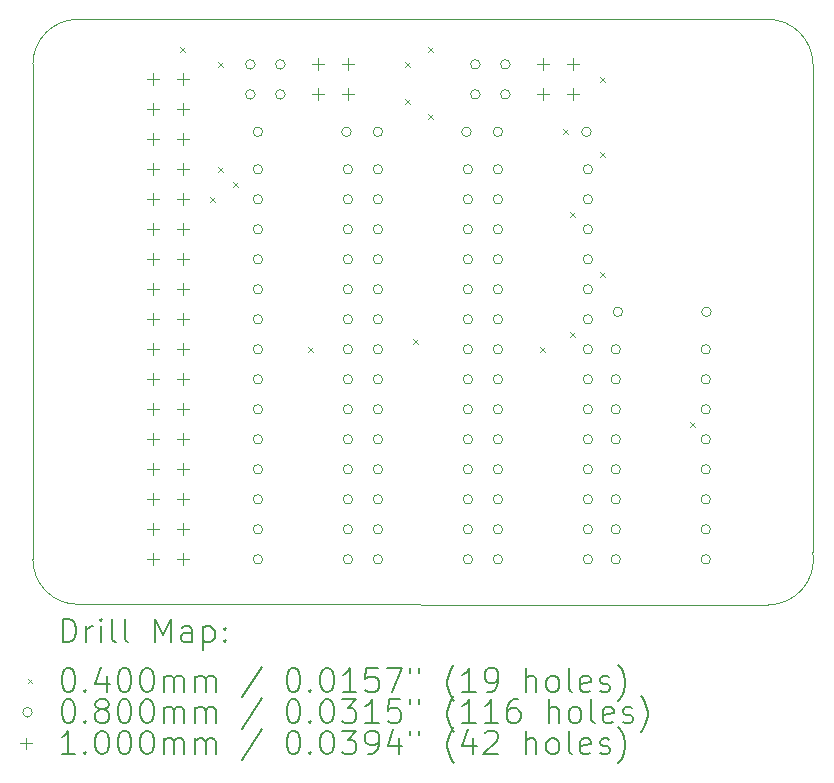
<source format=gbr>
%FSLAX45Y45*%
G04 Gerber Fmt 4.5, Leading zero omitted, Abs format (unit mm)*
G04 Created by KiCad (PCBNEW (6.0.0)) date 2022-11-09 00:35:21*
%MOMM*%
%LPD*%
G01*
G04 APERTURE LIST*
%TA.AperFunction,Profile*%
%ADD10C,0.100000*%
%TD*%
%ADD11C,0.200000*%
%ADD12C,0.040000*%
%ADD13C,0.080000*%
%ADD14C,0.100000*%
G04 APERTURE END LIST*
D10*
X10985500Y-5461000D02*
G75*
G03*
X10604500Y-5842000I0J-381000D01*
G01*
X17208500Y-5842000D02*
G75*
G03*
X16827500Y-5461000I-381000J0D01*
G01*
X16827500Y-10419255D02*
X10985500Y-10414000D01*
X16827500Y-5461000D02*
X10985500Y-5461000D01*
X10604500Y-5842000D02*
X10604500Y-10033000D01*
X17208500Y-9969500D02*
X17208500Y-5842000D01*
X16827500Y-10419255D02*
G75*
G03*
X17208500Y-9969500I0J386255D01*
G01*
X10604500Y-10033000D02*
G75*
G03*
X10985500Y-10414000I381000J0D01*
G01*
D11*
D12*
X11854500Y-5695000D02*
X11894500Y-5735000D01*
X11894500Y-5695000D02*
X11854500Y-5735000D01*
X12108500Y-6965000D02*
X12148500Y-7005000D01*
X12148500Y-6965000D02*
X12108500Y-7005000D01*
X12172000Y-5822000D02*
X12212000Y-5862000D01*
X12212000Y-5822000D02*
X12172000Y-5862000D01*
X12172000Y-6711000D02*
X12212000Y-6751000D01*
X12212000Y-6711000D02*
X12172000Y-6751000D01*
X12299000Y-6838000D02*
X12339000Y-6878000D01*
X12339000Y-6838000D02*
X12299000Y-6878000D01*
X12934000Y-8235000D02*
X12974000Y-8275000D01*
X12974000Y-8235000D02*
X12934000Y-8275000D01*
X13759500Y-5822000D02*
X13799500Y-5862000D01*
X13799500Y-5822000D02*
X13759500Y-5862000D01*
X13759500Y-6139500D02*
X13799500Y-6179500D01*
X13799500Y-6139500D02*
X13759500Y-6179500D01*
X13823000Y-8171500D02*
X13863000Y-8211500D01*
X13863000Y-8171500D02*
X13823000Y-8211500D01*
X13950000Y-5695000D02*
X13990000Y-5735000D01*
X13990000Y-5695000D02*
X13950000Y-5735000D01*
X13950000Y-6266500D02*
X13990000Y-6306500D01*
X13990000Y-6266500D02*
X13950000Y-6306500D01*
X14902500Y-8235000D02*
X14942500Y-8275000D01*
X14942500Y-8235000D02*
X14902500Y-8275000D01*
X15093000Y-6393500D02*
X15133000Y-6433500D01*
X15133000Y-6393500D02*
X15093000Y-6433500D01*
X15156500Y-7092000D02*
X15196500Y-7132000D01*
X15196500Y-7092000D02*
X15156500Y-7132000D01*
X15156500Y-8108000D02*
X15196500Y-8148000D01*
X15196500Y-8108000D02*
X15156500Y-8148000D01*
X15410500Y-5949000D02*
X15450500Y-5989000D01*
X15450500Y-5949000D02*
X15410500Y-5989000D01*
X15410500Y-6584000D02*
X15450500Y-6624000D01*
X15450500Y-6584000D02*
X15410500Y-6624000D01*
X15410500Y-7600000D02*
X15450500Y-7640000D01*
X15450500Y-7600000D02*
X15410500Y-7640000D01*
X16172500Y-8870000D02*
X16212500Y-8910000D01*
X16212500Y-8870000D02*
X16172500Y-8910000D01*
D13*
X12486000Y-5842500D02*
G75*
G03*
X12486000Y-5842500I-40000J0D01*
G01*
X12486000Y-6096500D02*
G75*
G03*
X12486000Y-6096500I-40000J0D01*
G01*
X12549500Y-6413500D02*
G75*
G03*
X12549500Y-6413500I-40000J0D01*
G01*
X12549500Y-6731000D02*
G75*
G03*
X12549500Y-6731000I-40000J0D01*
G01*
X12549500Y-6985000D02*
G75*
G03*
X12549500Y-6985000I-40000J0D01*
G01*
X12549500Y-7239000D02*
G75*
G03*
X12549500Y-7239000I-40000J0D01*
G01*
X12549500Y-7493000D02*
G75*
G03*
X12549500Y-7493000I-40000J0D01*
G01*
X12549500Y-7747000D02*
G75*
G03*
X12549500Y-7747000I-40000J0D01*
G01*
X12549500Y-8001000D02*
G75*
G03*
X12549500Y-8001000I-40000J0D01*
G01*
X12549500Y-8255000D02*
G75*
G03*
X12549500Y-8255000I-40000J0D01*
G01*
X12549500Y-8509000D02*
G75*
G03*
X12549500Y-8509000I-40000J0D01*
G01*
X12549500Y-8763000D02*
G75*
G03*
X12549500Y-8763000I-40000J0D01*
G01*
X12549500Y-9017000D02*
G75*
G03*
X12549500Y-9017000I-40000J0D01*
G01*
X12549500Y-9271000D02*
G75*
G03*
X12549500Y-9271000I-40000J0D01*
G01*
X12549500Y-9525000D02*
G75*
G03*
X12549500Y-9525000I-40000J0D01*
G01*
X12549500Y-9779000D02*
G75*
G03*
X12549500Y-9779000I-40000J0D01*
G01*
X12549500Y-10033000D02*
G75*
G03*
X12549500Y-10033000I-40000J0D01*
G01*
X12740000Y-5842500D02*
G75*
G03*
X12740000Y-5842500I-40000J0D01*
G01*
X12740000Y-6096500D02*
G75*
G03*
X12740000Y-6096500I-40000J0D01*
G01*
X13299500Y-6413500D02*
G75*
G03*
X13299500Y-6413500I-40000J0D01*
G01*
X13311500Y-6731000D02*
G75*
G03*
X13311500Y-6731000I-40000J0D01*
G01*
X13311500Y-6985000D02*
G75*
G03*
X13311500Y-6985000I-40000J0D01*
G01*
X13311500Y-7239000D02*
G75*
G03*
X13311500Y-7239000I-40000J0D01*
G01*
X13311500Y-7493000D02*
G75*
G03*
X13311500Y-7493000I-40000J0D01*
G01*
X13311500Y-7747000D02*
G75*
G03*
X13311500Y-7747000I-40000J0D01*
G01*
X13311500Y-8001000D02*
G75*
G03*
X13311500Y-8001000I-40000J0D01*
G01*
X13311500Y-8255000D02*
G75*
G03*
X13311500Y-8255000I-40000J0D01*
G01*
X13311500Y-8509000D02*
G75*
G03*
X13311500Y-8509000I-40000J0D01*
G01*
X13311500Y-8763000D02*
G75*
G03*
X13311500Y-8763000I-40000J0D01*
G01*
X13311500Y-9017000D02*
G75*
G03*
X13311500Y-9017000I-40000J0D01*
G01*
X13311500Y-9271000D02*
G75*
G03*
X13311500Y-9271000I-40000J0D01*
G01*
X13311500Y-9525000D02*
G75*
G03*
X13311500Y-9525000I-40000J0D01*
G01*
X13311500Y-9779000D02*
G75*
G03*
X13311500Y-9779000I-40000J0D01*
G01*
X13311500Y-10033000D02*
G75*
G03*
X13311500Y-10033000I-40000J0D01*
G01*
X13565500Y-6413500D02*
G75*
G03*
X13565500Y-6413500I-40000J0D01*
G01*
X13565500Y-6731000D02*
G75*
G03*
X13565500Y-6731000I-40000J0D01*
G01*
X13565500Y-6985000D02*
G75*
G03*
X13565500Y-6985000I-40000J0D01*
G01*
X13565500Y-7239000D02*
G75*
G03*
X13565500Y-7239000I-40000J0D01*
G01*
X13565500Y-7493000D02*
G75*
G03*
X13565500Y-7493000I-40000J0D01*
G01*
X13565500Y-7747000D02*
G75*
G03*
X13565500Y-7747000I-40000J0D01*
G01*
X13565500Y-8001000D02*
G75*
G03*
X13565500Y-8001000I-40000J0D01*
G01*
X13565500Y-8255000D02*
G75*
G03*
X13565500Y-8255000I-40000J0D01*
G01*
X13565500Y-8509000D02*
G75*
G03*
X13565500Y-8509000I-40000J0D01*
G01*
X13565500Y-8763000D02*
G75*
G03*
X13565500Y-8763000I-40000J0D01*
G01*
X13565500Y-9017000D02*
G75*
G03*
X13565500Y-9017000I-40000J0D01*
G01*
X13565500Y-9271000D02*
G75*
G03*
X13565500Y-9271000I-40000J0D01*
G01*
X13565500Y-9525000D02*
G75*
G03*
X13565500Y-9525000I-40000J0D01*
G01*
X13565500Y-9779000D02*
G75*
G03*
X13565500Y-9779000I-40000J0D01*
G01*
X13565500Y-10033000D02*
G75*
G03*
X13565500Y-10033000I-40000J0D01*
G01*
X14315500Y-6413500D02*
G75*
G03*
X14315500Y-6413500I-40000J0D01*
G01*
X14327500Y-6731000D02*
G75*
G03*
X14327500Y-6731000I-40000J0D01*
G01*
X14327500Y-6985000D02*
G75*
G03*
X14327500Y-6985000I-40000J0D01*
G01*
X14327500Y-7239000D02*
G75*
G03*
X14327500Y-7239000I-40000J0D01*
G01*
X14327500Y-7493000D02*
G75*
G03*
X14327500Y-7493000I-40000J0D01*
G01*
X14327500Y-7747000D02*
G75*
G03*
X14327500Y-7747000I-40000J0D01*
G01*
X14327500Y-8001000D02*
G75*
G03*
X14327500Y-8001000I-40000J0D01*
G01*
X14327500Y-8255000D02*
G75*
G03*
X14327500Y-8255000I-40000J0D01*
G01*
X14327500Y-8509000D02*
G75*
G03*
X14327500Y-8509000I-40000J0D01*
G01*
X14327500Y-8763000D02*
G75*
G03*
X14327500Y-8763000I-40000J0D01*
G01*
X14327500Y-9017000D02*
G75*
G03*
X14327500Y-9017000I-40000J0D01*
G01*
X14327500Y-9271000D02*
G75*
G03*
X14327500Y-9271000I-40000J0D01*
G01*
X14327500Y-9525000D02*
G75*
G03*
X14327500Y-9525000I-40000J0D01*
G01*
X14327500Y-9779000D02*
G75*
G03*
X14327500Y-9779000I-40000J0D01*
G01*
X14327500Y-10033000D02*
G75*
G03*
X14327500Y-10033000I-40000J0D01*
G01*
X14391000Y-5842000D02*
G75*
G03*
X14391000Y-5842000I-40000J0D01*
G01*
X14391000Y-6096000D02*
G75*
G03*
X14391000Y-6096000I-40000J0D01*
G01*
X14581500Y-6413500D02*
G75*
G03*
X14581500Y-6413500I-40000J0D01*
G01*
X14581500Y-6731000D02*
G75*
G03*
X14581500Y-6731000I-40000J0D01*
G01*
X14581500Y-6985000D02*
G75*
G03*
X14581500Y-6985000I-40000J0D01*
G01*
X14581500Y-7239000D02*
G75*
G03*
X14581500Y-7239000I-40000J0D01*
G01*
X14581500Y-7493000D02*
G75*
G03*
X14581500Y-7493000I-40000J0D01*
G01*
X14581500Y-7747000D02*
G75*
G03*
X14581500Y-7747000I-40000J0D01*
G01*
X14581500Y-8001000D02*
G75*
G03*
X14581500Y-8001000I-40000J0D01*
G01*
X14581500Y-8255000D02*
G75*
G03*
X14581500Y-8255000I-40000J0D01*
G01*
X14581500Y-8509000D02*
G75*
G03*
X14581500Y-8509000I-40000J0D01*
G01*
X14581500Y-8763000D02*
G75*
G03*
X14581500Y-8763000I-40000J0D01*
G01*
X14581500Y-9017000D02*
G75*
G03*
X14581500Y-9017000I-40000J0D01*
G01*
X14581500Y-9271000D02*
G75*
G03*
X14581500Y-9271000I-40000J0D01*
G01*
X14581500Y-9525000D02*
G75*
G03*
X14581500Y-9525000I-40000J0D01*
G01*
X14581500Y-9779000D02*
G75*
G03*
X14581500Y-9779000I-40000J0D01*
G01*
X14581500Y-10033000D02*
G75*
G03*
X14581500Y-10033000I-40000J0D01*
G01*
X14645000Y-5842000D02*
G75*
G03*
X14645000Y-5842000I-40000J0D01*
G01*
X14645000Y-6096000D02*
G75*
G03*
X14645000Y-6096000I-40000J0D01*
G01*
X15331500Y-6413500D02*
G75*
G03*
X15331500Y-6413500I-40000J0D01*
G01*
X15343500Y-6731000D02*
G75*
G03*
X15343500Y-6731000I-40000J0D01*
G01*
X15343500Y-6985000D02*
G75*
G03*
X15343500Y-6985000I-40000J0D01*
G01*
X15343500Y-7239000D02*
G75*
G03*
X15343500Y-7239000I-40000J0D01*
G01*
X15343500Y-7493000D02*
G75*
G03*
X15343500Y-7493000I-40000J0D01*
G01*
X15343500Y-7747000D02*
G75*
G03*
X15343500Y-7747000I-40000J0D01*
G01*
X15343500Y-8001000D02*
G75*
G03*
X15343500Y-8001000I-40000J0D01*
G01*
X15343500Y-8255000D02*
G75*
G03*
X15343500Y-8255000I-40000J0D01*
G01*
X15343500Y-8509000D02*
G75*
G03*
X15343500Y-8509000I-40000J0D01*
G01*
X15343500Y-8763000D02*
G75*
G03*
X15343500Y-8763000I-40000J0D01*
G01*
X15343500Y-9017000D02*
G75*
G03*
X15343500Y-9017000I-40000J0D01*
G01*
X15343500Y-9271000D02*
G75*
G03*
X15343500Y-9271000I-40000J0D01*
G01*
X15343500Y-9525000D02*
G75*
G03*
X15343500Y-9525000I-40000J0D01*
G01*
X15343500Y-9779000D02*
G75*
G03*
X15343500Y-9779000I-40000J0D01*
G01*
X15343500Y-10033000D02*
G75*
G03*
X15343500Y-10033000I-40000J0D01*
G01*
X15579500Y-8255000D02*
G75*
G03*
X15579500Y-8255000I-40000J0D01*
G01*
X15579500Y-8509000D02*
G75*
G03*
X15579500Y-8509000I-40000J0D01*
G01*
X15579500Y-8763000D02*
G75*
G03*
X15579500Y-8763000I-40000J0D01*
G01*
X15579500Y-9017000D02*
G75*
G03*
X15579500Y-9017000I-40000J0D01*
G01*
X15579500Y-9271000D02*
G75*
G03*
X15579500Y-9271000I-40000J0D01*
G01*
X15579500Y-9525000D02*
G75*
G03*
X15579500Y-9525000I-40000J0D01*
G01*
X15579500Y-9779000D02*
G75*
G03*
X15579500Y-9779000I-40000J0D01*
G01*
X15579500Y-10033000D02*
G75*
G03*
X15579500Y-10033000I-40000J0D01*
G01*
X15597500Y-7937500D02*
G75*
G03*
X15597500Y-7937500I-40000J0D01*
G01*
X16341500Y-8255000D02*
G75*
G03*
X16341500Y-8255000I-40000J0D01*
G01*
X16341500Y-8509000D02*
G75*
G03*
X16341500Y-8509000I-40000J0D01*
G01*
X16341500Y-8763000D02*
G75*
G03*
X16341500Y-8763000I-40000J0D01*
G01*
X16341500Y-9017000D02*
G75*
G03*
X16341500Y-9017000I-40000J0D01*
G01*
X16341500Y-9271000D02*
G75*
G03*
X16341500Y-9271000I-40000J0D01*
G01*
X16341500Y-9525000D02*
G75*
G03*
X16341500Y-9525000I-40000J0D01*
G01*
X16341500Y-9779000D02*
G75*
G03*
X16341500Y-9779000I-40000J0D01*
G01*
X16341500Y-10033000D02*
G75*
G03*
X16341500Y-10033000I-40000J0D01*
G01*
X16347500Y-7937500D02*
G75*
G03*
X16347500Y-7937500I-40000J0D01*
G01*
D14*
X11620500Y-5919000D02*
X11620500Y-6019000D01*
X11570500Y-5969000D02*
X11670500Y-5969000D01*
X11620500Y-6173000D02*
X11620500Y-6273000D01*
X11570500Y-6223000D02*
X11670500Y-6223000D01*
X11620500Y-6427000D02*
X11620500Y-6527000D01*
X11570500Y-6477000D02*
X11670500Y-6477000D01*
X11620500Y-6681000D02*
X11620500Y-6781000D01*
X11570500Y-6731000D02*
X11670500Y-6731000D01*
X11620500Y-6935000D02*
X11620500Y-7035000D01*
X11570500Y-6985000D02*
X11670500Y-6985000D01*
X11620500Y-7189000D02*
X11620500Y-7289000D01*
X11570500Y-7239000D02*
X11670500Y-7239000D01*
X11620500Y-7443000D02*
X11620500Y-7543000D01*
X11570500Y-7493000D02*
X11670500Y-7493000D01*
X11620500Y-7697000D02*
X11620500Y-7797000D01*
X11570500Y-7747000D02*
X11670500Y-7747000D01*
X11620500Y-7951000D02*
X11620500Y-8051000D01*
X11570500Y-8001000D02*
X11670500Y-8001000D01*
X11620500Y-8205000D02*
X11620500Y-8305000D01*
X11570500Y-8255000D02*
X11670500Y-8255000D01*
X11620500Y-8459000D02*
X11620500Y-8559000D01*
X11570500Y-8509000D02*
X11670500Y-8509000D01*
X11620500Y-8713000D02*
X11620500Y-8813000D01*
X11570500Y-8763000D02*
X11670500Y-8763000D01*
X11620500Y-8967000D02*
X11620500Y-9067000D01*
X11570500Y-9017000D02*
X11670500Y-9017000D01*
X11620500Y-9221000D02*
X11620500Y-9321000D01*
X11570500Y-9271000D02*
X11670500Y-9271000D01*
X11620500Y-9475000D02*
X11620500Y-9575000D01*
X11570500Y-9525000D02*
X11670500Y-9525000D01*
X11620500Y-9729000D02*
X11620500Y-9829000D01*
X11570500Y-9779000D02*
X11670500Y-9779000D01*
X11620500Y-9983000D02*
X11620500Y-10083000D01*
X11570500Y-10033000D02*
X11670500Y-10033000D01*
X11874500Y-5919000D02*
X11874500Y-6019000D01*
X11824500Y-5969000D02*
X11924500Y-5969000D01*
X11874500Y-6173000D02*
X11874500Y-6273000D01*
X11824500Y-6223000D02*
X11924500Y-6223000D01*
X11874500Y-6427000D02*
X11874500Y-6527000D01*
X11824500Y-6477000D02*
X11924500Y-6477000D01*
X11874500Y-6681000D02*
X11874500Y-6781000D01*
X11824500Y-6731000D02*
X11924500Y-6731000D01*
X11874500Y-6935000D02*
X11874500Y-7035000D01*
X11824500Y-6985000D02*
X11924500Y-6985000D01*
X11874500Y-7189000D02*
X11874500Y-7289000D01*
X11824500Y-7239000D02*
X11924500Y-7239000D01*
X11874500Y-7443000D02*
X11874500Y-7543000D01*
X11824500Y-7493000D02*
X11924500Y-7493000D01*
X11874500Y-7697000D02*
X11874500Y-7797000D01*
X11824500Y-7747000D02*
X11924500Y-7747000D01*
X11874500Y-7951000D02*
X11874500Y-8051000D01*
X11824500Y-8001000D02*
X11924500Y-8001000D01*
X11874500Y-8205000D02*
X11874500Y-8305000D01*
X11824500Y-8255000D02*
X11924500Y-8255000D01*
X11874500Y-8459000D02*
X11874500Y-8559000D01*
X11824500Y-8509000D02*
X11924500Y-8509000D01*
X11874500Y-8713000D02*
X11874500Y-8813000D01*
X11824500Y-8763000D02*
X11924500Y-8763000D01*
X11874500Y-8967000D02*
X11874500Y-9067000D01*
X11824500Y-9017000D02*
X11924500Y-9017000D01*
X11874500Y-9221000D02*
X11874500Y-9321000D01*
X11824500Y-9271000D02*
X11924500Y-9271000D01*
X11874500Y-9475000D02*
X11874500Y-9575000D01*
X11824500Y-9525000D02*
X11924500Y-9525000D01*
X11874500Y-9729000D02*
X11874500Y-9829000D01*
X11824500Y-9779000D02*
X11924500Y-9779000D01*
X11874500Y-9983000D02*
X11874500Y-10083000D01*
X11824500Y-10033000D02*
X11924500Y-10033000D01*
X13017500Y-5792000D02*
X13017500Y-5892000D01*
X12967500Y-5842000D02*
X13067500Y-5842000D01*
X13017500Y-6046000D02*
X13017500Y-6146000D01*
X12967500Y-6096000D02*
X13067500Y-6096000D01*
X13271500Y-5792000D02*
X13271500Y-5892000D01*
X13221500Y-5842000D02*
X13321500Y-5842000D01*
X13271500Y-6046000D02*
X13271500Y-6146000D01*
X13221500Y-6096000D02*
X13321500Y-6096000D01*
X14922500Y-5792000D02*
X14922500Y-5892000D01*
X14872500Y-5842000D02*
X14972500Y-5842000D01*
X14922500Y-6046000D02*
X14922500Y-6146000D01*
X14872500Y-6096000D02*
X14972500Y-6096000D01*
X15176500Y-5792000D02*
X15176500Y-5892000D01*
X15126500Y-5842000D02*
X15226500Y-5842000D01*
X15176500Y-6046000D02*
X15176500Y-6146000D01*
X15126500Y-6096000D02*
X15226500Y-6096000D01*
D11*
X10857119Y-10734732D02*
X10857119Y-10534732D01*
X10904738Y-10534732D01*
X10933310Y-10544255D01*
X10952357Y-10563303D01*
X10961881Y-10582351D01*
X10971405Y-10620446D01*
X10971405Y-10649017D01*
X10961881Y-10687113D01*
X10952357Y-10706160D01*
X10933310Y-10725208D01*
X10904738Y-10734732D01*
X10857119Y-10734732D01*
X11057119Y-10734732D02*
X11057119Y-10601398D01*
X11057119Y-10639493D02*
X11066643Y-10620446D01*
X11076167Y-10610922D01*
X11095214Y-10601398D01*
X11114262Y-10601398D01*
X11180929Y-10734732D02*
X11180929Y-10601398D01*
X11180929Y-10534732D02*
X11171405Y-10544255D01*
X11180929Y-10553779D01*
X11190452Y-10544255D01*
X11180929Y-10534732D01*
X11180929Y-10553779D01*
X11304738Y-10734732D02*
X11285690Y-10725208D01*
X11276167Y-10706160D01*
X11276167Y-10534732D01*
X11409500Y-10734732D02*
X11390452Y-10725208D01*
X11380928Y-10706160D01*
X11380928Y-10534732D01*
X11638071Y-10734732D02*
X11638071Y-10534732D01*
X11704738Y-10677589D01*
X11771405Y-10534732D01*
X11771405Y-10734732D01*
X11952357Y-10734732D02*
X11952357Y-10629970D01*
X11942833Y-10610922D01*
X11923786Y-10601398D01*
X11885690Y-10601398D01*
X11866643Y-10610922D01*
X11952357Y-10725208D02*
X11933309Y-10734732D01*
X11885690Y-10734732D01*
X11866643Y-10725208D01*
X11857119Y-10706160D01*
X11857119Y-10687113D01*
X11866643Y-10668065D01*
X11885690Y-10658541D01*
X11933309Y-10658541D01*
X11952357Y-10649017D01*
X12047595Y-10601398D02*
X12047595Y-10801398D01*
X12047595Y-10610922D02*
X12066643Y-10601398D01*
X12104738Y-10601398D01*
X12123786Y-10610922D01*
X12133309Y-10620446D01*
X12142833Y-10639493D01*
X12142833Y-10696636D01*
X12133309Y-10715684D01*
X12123786Y-10725208D01*
X12104738Y-10734732D01*
X12066643Y-10734732D01*
X12047595Y-10725208D01*
X12228548Y-10715684D02*
X12238071Y-10725208D01*
X12228548Y-10734732D01*
X12219024Y-10725208D01*
X12228548Y-10715684D01*
X12228548Y-10734732D01*
X12228548Y-10610922D02*
X12238071Y-10620446D01*
X12228548Y-10629970D01*
X12219024Y-10620446D01*
X12228548Y-10610922D01*
X12228548Y-10629970D01*
D12*
X10559500Y-11044255D02*
X10599500Y-11084255D01*
X10599500Y-11044255D02*
X10559500Y-11084255D01*
D11*
X10895214Y-10954732D02*
X10914262Y-10954732D01*
X10933310Y-10964255D01*
X10942833Y-10973779D01*
X10952357Y-10992827D01*
X10961881Y-11030922D01*
X10961881Y-11078541D01*
X10952357Y-11116636D01*
X10942833Y-11135684D01*
X10933310Y-11145208D01*
X10914262Y-11154732D01*
X10895214Y-11154732D01*
X10876167Y-11145208D01*
X10866643Y-11135684D01*
X10857119Y-11116636D01*
X10847595Y-11078541D01*
X10847595Y-11030922D01*
X10857119Y-10992827D01*
X10866643Y-10973779D01*
X10876167Y-10964255D01*
X10895214Y-10954732D01*
X11047595Y-11135684D02*
X11057119Y-11145208D01*
X11047595Y-11154732D01*
X11038071Y-11145208D01*
X11047595Y-11135684D01*
X11047595Y-11154732D01*
X11228548Y-11021398D02*
X11228548Y-11154732D01*
X11180929Y-10945208D02*
X11133310Y-11088065D01*
X11257119Y-11088065D01*
X11371405Y-10954732D02*
X11390452Y-10954732D01*
X11409500Y-10964255D01*
X11419024Y-10973779D01*
X11428548Y-10992827D01*
X11438071Y-11030922D01*
X11438071Y-11078541D01*
X11428548Y-11116636D01*
X11419024Y-11135684D01*
X11409500Y-11145208D01*
X11390452Y-11154732D01*
X11371405Y-11154732D01*
X11352357Y-11145208D01*
X11342833Y-11135684D01*
X11333309Y-11116636D01*
X11323786Y-11078541D01*
X11323786Y-11030922D01*
X11333309Y-10992827D01*
X11342833Y-10973779D01*
X11352357Y-10964255D01*
X11371405Y-10954732D01*
X11561881Y-10954732D02*
X11580928Y-10954732D01*
X11599976Y-10964255D01*
X11609500Y-10973779D01*
X11619024Y-10992827D01*
X11628548Y-11030922D01*
X11628548Y-11078541D01*
X11619024Y-11116636D01*
X11609500Y-11135684D01*
X11599976Y-11145208D01*
X11580928Y-11154732D01*
X11561881Y-11154732D01*
X11542833Y-11145208D01*
X11533309Y-11135684D01*
X11523786Y-11116636D01*
X11514262Y-11078541D01*
X11514262Y-11030922D01*
X11523786Y-10992827D01*
X11533309Y-10973779D01*
X11542833Y-10964255D01*
X11561881Y-10954732D01*
X11714262Y-11154732D02*
X11714262Y-11021398D01*
X11714262Y-11040446D02*
X11723786Y-11030922D01*
X11742833Y-11021398D01*
X11771405Y-11021398D01*
X11790452Y-11030922D01*
X11799976Y-11049970D01*
X11799976Y-11154732D01*
X11799976Y-11049970D02*
X11809500Y-11030922D01*
X11828548Y-11021398D01*
X11857119Y-11021398D01*
X11876167Y-11030922D01*
X11885690Y-11049970D01*
X11885690Y-11154732D01*
X11980928Y-11154732D02*
X11980928Y-11021398D01*
X11980928Y-11040446D02*
X11990452Y-11030922D01*
X12009500Y-11021398D01*
X12038071Y-11021398D01*
X12057119Y-11030922D01*
X12066643Y-11049970D01*
X12066643Y-11154732D01*
X12066643Y-11049970D02*
X12076167Y-11030922D01*
X12095214Y-11021398D01*
X12123786Y-11021398D01*
X12142833Y-11030922D01*
X12152357Y-11049970D01*
X12152357Y-11154732D01*
X12542833Y-10945208D02*
X12371405Y-11202351D01*
X12799976Y-10954732D02*
X12819024Y-10954732D01*
X12838071Y-10964255D01*
X12847595Y-10973779D01*
X12857119Y-10992827D01*
X12866643Y-11030922D01*
X12866643Y-11078541D01*
X12857119Y-11116636D01*
X12847595Y-11135684D01*
X12838071Y-11145208D01*
X12819024Y-11154732D01*
X12799976Y-11154732D01*
X12780928Y-11145208D01*
X12771405Y-11135684D01*
X12761881Y-11116636D01*
X12752357Y-11078541D01*
X12752357Y-11030922D01*
X12761881Y-10992827D01*
X12771405Y-10973779D01*
X12780928Y-10964255D01*
X12799976Y-10954732D01*
X12952357Y-11135684D02*
X12961881Y-11145208D01*
X12952357Y-11154732D01*
X12942833Y-11145208D01*
X12952357Y-11135684D01*
X12952357Y-11154732D01*
X13085690Y-10954732D02*
X13104738Y-10954732D01*
X13123786Y-10964255D01*
X13133309Y-10973779D01*
X13142833Y-10992827D01*
X13152357Y-11030922D01*
X13152357Y-11078541D01*
X13142833Y-11116636D01*
X13133309Y-11135684D01*
X13123786Y-11145208D01*
X13104738Y-11154732D01*
X13085690Y-11154732D01*
X13066643Y-11145208D01*
X13057119Y-11135684D01*
X13047595Y-11116636D01*
X13038071Y-11078541D01*
X13038071Y-11030922D01*
X13047595Y-10992827D01*
X13057119Y-10973779D01*
X13066643Y-10964255D01*
X13085690Y-10954732D01*
X13342833Y-11154732D02*
X13228548Y-11154732D01*
X13285690Y-11154732D02*
X13285690Y-10954732D01*
X13266643Y-10983303D01*
X13247595Y-11002351D01*
X13228548Y-11011874D01*
X13523786Y-10954732D02*
X13428548Y-10954732D01*
X13419024Y-11049970D01*
X13428548Y-11040446D01*
X13447595Y-11030922D01*
X13495214Y-11030922D01*
X13514262Y-11040446D01*
X13523786Y-11049970D01*
X13533309Y-11069017D01*
X13533309Y-11116636D01*
X13523786Y-11135684D01*
X13514262Y-11145208D01*
X13495214Y-11154732D01*
X13447595Y-11154732D01*
X13428548Y-11145208D01*
X13419024Y-11135684D01*
X13599976Y-10954732D02*
X13733309Y-10954732D01*
X13647595Y-11154732D01*
X13799976Y-10954732D02*
X13799976Y-10992827D01*
X13876167Y-10954732D02*
X13876167Y-10992827D01*
X14171405Y-11230922D02*
X14161881Y-11221398D01*
X14142833Y-11192827D01*
X14133309Y-11173779D01*
X14123786Y-11145208D01*
X14114262Y-11097589D01*
X14114262Y-11059493D01*
X14123786Y-11011874D01*
X14133309Y-10983303D01*
X14142833Y-10964255D01*
X14161881Y-10935684D01*
X14171405Y-10926160D01*
X14352357Y-11154732D02*
X14238071Y-11154732D01*
X14295214Y-11154732D02*
X14295214Y-10954732D01*
X14276167Y-10983303D01*
X14257119Y-11002351D01*
X14238071Y-11011874D01*
X14447595Y-11154732D02*
X14485690Y-11154732D01*
X14504738Y-11145208D01*
X14514262Y-11135684D01*
X14533309Y-11107113D01*
X14542833Y-11069017D01*
X14542833Y-10992827D01*
X14533309Y-10973779D01*
X14523786Y-10964255D01*
X14504738Y-10954732D01*
X14466643Y-10954732D01*
X14447595Y-10964255D01*
X14438071Y-10973779D01*
X14428548Y-10992827D01*
X14428548Y-11040446D01*
X14438071Y-11059493D01*
X14447595Y-11069017D01*
X14466643Y-11078541D01*
X14504738Y-11078541D01*
X14523786Y-11069017D01*
X14533309Y-11059493D01*
X14542833Y-11040446D01*
X14780928Y-11154732D02*
X14780928Y-10954732D01*
X14866643Y-11154732D02*
X14866643Y-11049970D01*
X14857119Y-11030922D01*
X14838071Y-11021398D01*
X14809500Y-11021398D01*
X14790452Y-11030922D01*
X14780928Y-11040446D01*
X14990452Y-11154732D02*
X14971405Y-11145208D01*
X14961881Y-11135684D01*
X14952357Y-11116636D01*
X14952357Y-11059493D01*
X14961881Y-11040446D01*
X14971405Y-11030922D01*
X14990452Y-11021398D01*
X15019024Y-11021398D01*
X15038071Y-11030922D01*
X15047595Y-11040446D01*
X15057119Y-11059493D01*
X15057119Y-11116636D01*
X15047595Y-11135684D01*
X15038071Y-11145208D01*
X15019024Y-11154732D01*
X14990452Y-11154732D01*
X15171405Y-11154732D02*
X15152357Y-11145208D01*
X15142833Y-11126160D01*
X15142833Y-10954732D01*
X15323786Y-11145208D02*
X15304738Y-11154732D01*
X15266643Y-11154732D01*
X15247595Y-11145208D01*
X15238071Y-11126160D01*
X15238071Y-11049970D01*
X15247595Y-11030922D01*
X15266643Y-11021398D01*
X15304738Y-11021398D01*
X15323786Y-11030922D01*
X15333309Y-11049970D01*
X15333309Y-11069017D01*
X15238071Y-11088065D01*
X15409500Y-11145208D02*
X15428548Y-11154732D01*
X15466643Y-11154732D01*
X15485690Y-11145208D01*
X15495214Y-11126160D01*
X15495214Y-11116636D01*
X15485690Y-11097589D01*
X15466643Y-11088065D01*
X15438071Y-11088065D01*
X15419024Y-11078541D01*
X15409500Y-11059493D01*
X15409500Y-11049970D01*
X15419024Y-11030922D01*
X15438071Y-11021398D01*
X15466643Y-11021398D01*
X15485690Y-11030922D01*
X15561881Y-11230922D02*
X15571405Y-11221398D01*
X15590452Y-11192827D01*
X15599976Y-11173779D01*
X15609500Y-11145208D01*
X15619024Y-11097589D01*
X15619024Y-11059493D01*
X15609500Y-11011874D01*
X15599976Y-10983303D01*
X15590452Y-10964255D01*
X15571405Y-10935684D01*
X15561881Y-10926160D01*
D13*
X10599500Y-11328255D02*
G75*
G03*
X10599500Y-11328255I-40000J0D01*
G01*
D11*
X10895214Y-11218731D02*
X10914262Y-11218731D01*
X10933310Y-11228255D01*
X10942833Y-11237779D01*
X10952357Y-11256827D01*
X10961881Y-11294922D01*
X10961881Y-11342541D01*
X10952357Y-11380636D01*
X10942833Y-11399684D01*
X10933310Y-11409208D01*
X10914262Y-11418731D01*
X10895214Y-11418731D01*
X10876167Y-11409208D01*
X10866643Y-11399684D01*
X10857119Y-11380636D01*
X10847595Y-11342541D01*
X10847595Y-11294922D01*
X10857119Y-11256827D01*
X10866643Y-11237779D01*
X10876167Y-11228255D01*
X10895214Y-11218731D01*
X11047595Y-11399684D02*
X11057119Y-11409208D01*
X11047595Y-11418731D01*
X11038071Y-11409208D01*
X11047595Y-11399684D01*
X11047595Y-11418731D01*
X11171405Y-11304446D02*
X11152357Y-11294922D01*
X11142833Y-11285398D01*
X11133310Y-11266351D01*
X11133310Y-11256827D01*
X11142833Y-11237779D01*
X11152357Y-11228255D01*
X11171405Y-11218731D01*
X11209500Y-11218731D01*
X11228548Y-11228255D01*
X11238071Y-11237779D01*
X11247595Y-11256827D01*
X11247595Y-11266351D01*
X11238071Y-11285398D01*
X11228548Y-11294922D01*
X11209500Y-11304446D01*
X11171405Y-11304446D01*
X11152357Y-11313970D01*
X11142833Y-11323493D01*
X11133310Y-11342541D01*
X11133310Y-11380636D01*
X11142833Y-11399684D01*
X11152357Y-11409208D01*
X11171405Y-11418731D01*
X11209500Y-11418731D01*
X11228548Y-11409208D01*
X11238071Y-11399684D01*
X11247595Y-11380636D01*
X11247595Y-11342541D01*
X11238071Y-11323493D01*
X11228548Y-11313970D01*
X11209500Y-11304446D01*
X11371405Y-11218731D02*
X11390452Y-11218731D01*
X11409500Y-11228255D01*
X11419024Y-11237779D01*
X11428548Y-11256827D01*
X11438071Y-11294922D01*
X11438071Y-11342541D01*
X11428548Y-11380636D01*
X11419024Y-11399684D01*
X11409500Y-11409208D01*
X11390452Y-11418731D01*
X11371405Y-11418731D01*
X11352357Y-11409208D01*
X11342833Y-11399684D01*
X11333309Y-11380636D01*
X11323786Y-11342541D01*
X11323786Y-11294922D01*
X11333309Y-11256827D01*
X11342833Y-11237779D01*
X11352357Y-11228255D01*
X11371405Y-11218731D01*
X11561881Y-11218731D02*
X11580928Y-11218731D01*
X11599976Y-11228255D01*
X11609500Y-11237779D01*
X11619024Y-11256827D01*
X11628548Y-11294922D01*
X11628548Y-11342541D01*
X11619024Y-11380636D01*
X11609500Y-11399684D01*
X11599976Y-11409208D01*
X11580928Y-11418731D01*
X11561881Y-11418731D01*
X11542833Y-11409208D01*
X11533309Y-11399684D01*
X11523786Y-11380636D01*
X11514262Y-11342541D01*
X11514262Y-11294922D01*
X11523786Y-11256827D01*
X11533309Y-11237779D01*
X11542833Y-11228255D01*
X11561881Y-11218731D01*
X11714262Y-11418731D02*
X11714262Y-11285398D01*
X11714262Y-11304446D02*
X11723786Y-11294922D01*
X11742833Y-11285398D01*
X11771405Y-11285398D01*
X11790452Y-11294922D01*
X11799976Y-11313970D01*
X11799976Y-11418731D01*
X11799976Y-11313970D02*
X11809500Y-11294922D01*
X11828548Y-11285398D01*
X11857119Y-11285398D01*
X11876167Y-11294922D01*
X11885690Y-11313970D01*
X11885690Y-11418731D01*
X11980928Y-11418731D02*
X11980928Y-11285398D01*
X11980928Y-11304446D02*
X11990452Y-11294922D01*
X12009500Y-11285398D01*
X12038071Y-11285398D01*
X12057119Y-11294922D01*
X12066643Y-11313970D01*
X12066643Y-11418731D01*
X12066643Y-11313970D02*
X12076167Y-11294922D01*
X12095214Y-11285398D01*
X12123786Y-11285398D01*
X12142833Y-11294922D01*
X12152357Y-11313970D01*
X12152357Y-11418731D01*
X12542833Y-11209208D02*
X12371405Y-11466351D01*
X12799976Y-11218731D02*
X12819024Y-11218731D01*
X12838071Y-11228255D01*
X12847595Y-11237779D01*
X12857119Y-11256827D01*
X12866643Y-11294922D01*
X12866643Y-11342541D01*
X12857119Y-11380636D01*
X12847595Y-11399684D01*
X12838071Y-11409208D01*
X12819024Y-11418731D01*
X12799976Y-11418731D01*
X12780928Y-11409208D01*
X12771405Y-11399684D01*
X12761881Y-11380636D01*
X12752357Y-11342541D01*
X12752357Y-11294922D01*
X12761881Y-11256827D01*
X12771405Y-11237779D01*
X12780928Y-11228255D01*
X12799976Y-11218731D01*
X12952357Y-11399684D02*
X12961881Y-11409208D01*
X12952357Y-11418731D01*
X12942833Y-11409208D01*
X12952357Y-11399684D01*
X12952357Y-11418731D01*
X13085690Y-11218731D02*
X13104738Y-11218731D01*
X13123786Y-11228255D01*
X13133309Y-11237779D01*
X13142833Y-11256827D01*
X13152357Y-11294922D01*
X13152357Y-11342541D01*
X13142833Y-11380636D01*
X13133309Y-11399684D01*
X13123786Y-11409208D01*
X13104738Y-11418731D01*
X13085690Y-11418731D01*
X13066643Y-11409208D01*
X13057119Y-11399684D01*
X13047595Y-11380636D01*
X13038071Y-11342541D01*
X13038071Y-11294922D01*
X13047595Y-11256827D01*
X13057119Y-11237779D01*
X13066643Y-11228255D01*
X13085690Y-11218731D01*
X13219024Y-11218731D02*
X13342833Y-11218731D01*
X13276167Y-11294922D01*
X13304738Y-11294922D01*
X13323786Y-11304446D01*
X13333309Y-11313970D01*
X13342833Y-11333017D01*
X13342833Y-11380636D01*
X13333309Y-11399684D01*
X13323786Y-11409208D01*
X13304738Y-11418731D01*
X13247595Y-11418731D01*
X13228548Y-11409208D01*
X13219024Y-11399684D01*
X13533309Y-11418731D02*
X13419024Y-11418731D01*
X13476167Y-11418731D02*
X13476167Y-11218731D01*
X13457119Y-11247303D01*
X13438071Y-11266351D01*
X13419024Y-11275874D01*
X13714262Y-11218731D02*
X13619024Y-11218731D01*
X13609500Y-11313970D01*
X13619024Y-11304446D01*
X13638071Y-11294922D01*
X13685690Y-11294922D01*
X13704738Y-11304446D01*
X13714262Y-11313970D01*
X13723786Y-11333017D01*
X13723786Y-11380636D01*
X13714262Y-11399684D01*
X13704738Y-11409208D01*
X13685690Y-11418731D01*
X13638071Y-11418731D01*
X13619024Y-11409208D01*
X13609500Y-11399684D01*
X13799976Y-11218731D02*
X13799976Y-11256827D01*
X13876167Y-11218731D02*
X13876167Y-11256827D01*
X14171405Y-11494922D02*
X14161881Y-11485398D01*
X14142833Y-11456827D01*
X14133309Y-11437779D01*
X14123786Y-11409208D01*
X14114262Y-11361589D01*
X14114262Y-11323493D01*
X14123786Y-11275874D01*
X14133309Y-11247303D01*
X14142833Y-11228255D01*
X14161881Y-11199684D01*
X14171405Y-11190160D01*
X14352357Y-11418731D02*
X14238071Y-11418731D01*
X14295214Y-11418731D02*
X14295214Y-11218731D01*
X14276167Y-11247303D01*
X14257119Y-11266351D01*
X14238071Y-11275874D01*
X14542833Y-11418731D02*
X14428548Y-11418731D01*
X14485690Y-11418731D02*
X14485690Y-11218731D01*
X14466643Y-11247303D01*
X14447595Y-11266351D01*
X14428548Y-11275874D01*
X14714262Y-11218731D02*
X14676167Y-11218731D01*
X14657119Y-11228255D01*
X14647595Y-11237779D01*
X14628548Y-11266351D01*
X14619024Y-11304446D01*
X14619024Y-11380636D01*
X14628548Y-11399684D01*
X14638071Y-11409208D01*
X14657119Y-11418731D01*
X14695214Y-11418731D01*
X14714262Y-11409208D01*
X14723786Y-11399684D01*
X14733309Y-11380636D01*
X14733309Y-11333017D01*
X14723786Y-11313970D01*
X14714262Y-11304446D01*
X14695214Y-11294922D01*
X14657119Y-11294922D01*
X14638071Y-11304446D01*
X14628548Y-11313970D01*
X14619024Y-11333017D01*
X14971405Y-11418731D02*
X14971405Y-11218731D01*
X15057119Y-11418731D02*
X15057119Y-11313970D01*
X15047595Y-11294922D01*
X15028548Y-11285398D01*
X14999976Y-11285398D01*
X14980928Y-11294922D01*
X14971405Y-11304446D01*
X15180928Y-11418731D02*
X15161881Y-11409208D01*
X15152357Y-11399684D01*
X15142833Y-11380636D01*
X15142833Y-11323493D01*
X15152357Y-11304446D01*
X15161881Y-11294922D01*
X15180928Y-11285398D01*
X15209500Y-11285398D01*
X15228548Y-11294922D01*
X15238071Y-11304446D01*
X15247595Y-11323493D01*
X15247595Y-11380636D01*
X15238071Y-11399684D01*
X15228548Y-11409208D01*
X15209500Y-11418731D01*
X15180928Y-11418731D01*
X15361881Y-11418731D02*
X15342833Y-11409208D01*
X15333309Y-11390160D01*
X15333309Y-11218731D01*
X15514262Y-11409208D02*
X15495214Y-11418731D01*
X15457119Y-11418731D01*
X15438071Y-11409208D01*
X15428548Y-11390160D01*
X15428548Y-11313970D01*
X15438071Y-11294922D01*
X15457119Y-11285398D01*
X15495214Y-11285398D01*
X15514262Y-11294922D01*
X15523786Y-11313970D01*
X15523786Y-11333017D01*
X15428548Y-11352065D01*
X15599976Y-11409208D02*
X15619024Y-11418731D01*
X15657119Y-11418731D01*
X15676167Y-11409208D01*
X15685690Y-11390160D01*
X15685690Y-11380636D01*
X15676167Y-11361589D01*
X15657119Y-11352065D01*
X15628548Y-11352065D01*
X15609500Y-11342541D01*
X15599976Y-11323493D01*
X15599976Y-11313970D01*
X15609500Y-11294922D01*
X15628548Y-11285398D01*
X15657119Y-11285398D01*
X15676167Y-11294922D01*
X15752357Y-11494922D02*
X15761881Y-11485398D01*
X15780928Y-11456827D01*
X15790452Y-11437779D01*
X15799976Y-11409208D01*
X15809500Y-11361589D01*
X15809500Y-11323493D01*
X15799976Y-11275874D01*
X15790452Y-11247303D01*
X15780928Y-11228255D01*
X15761881Y-11199684D01*
X15752357Y-11190160D01*
D14*
X10549500Y-11542255D02*
X10549500Y-11642255D01*
X10499500Y-11592255D02*
X10599500Y-11592255D01*
D11*
X10961881Y-11682731D02*
X10847595Y-11682731D01*
X10904738Y-11682731D02*
X10904738Y-11482731D01*
X10885690Y-11511303D01*
X10866643Y-11530351D01*
X10847595Y-11539874D01*
X11047595Y-11663684D02*
X11057119Y-11673208D01*
X11047595Y-11682731D01*
X11038071Y-11673208D01*
X11047595Y-11663684D01*
X11047595Y-11682731D01*
X11180929Y-11482731D02*
X11199976Y-11482731D01*
X11219024Y-11492255D01*
X11228548Y-11501779D01*
X11238071Y-11520827D01*
X11247595Y-11558922D01*
X11247595Y-11606541D01*
X11238071Y-11644636D01*
X11228548Y-11663684D01*
X11219024Y-11673208D01*
X11199976Y-11682731D01*
X11180929Y-11682731D01*
X11161881Y-11673208D01*
X11152357Y-11663684D01*
X11142833Y-11644636D01*
X11133310Y-11606541D01*
X11133310Y-11558922D01*
X11142833Y-11520827D01*
X11152357Y-11501779D01*
X11161881Y-11492255D01*
X11180929Y-11482731D01*
X11371405Y-11482731D02*
X11390452Y-11482731D01*
X11409500Y-11492255D01*
X11419024Y-11501779D01*
X11428548Y-11520827D01*
X11438071Y-11558922D01*
X11438071Y-11606541D01*
X11428548Y-11644636D01*
X11419024Y-11663684D01*
X11409500Y-11673208D01*
X11390452Y-11682731D01*
X11371405Y-11682731D01*
X11352357Y-11673208D01*
X11342833Y-11663684D01*
X11333309Y-11644636D01*
X11323786Y-11606541D01*
X11323786Y-11558922D01*
X11333309Y-11520827D01*
X11342833Y-11501779D01*
X11352357Y-11492255D01*
X11371405Y-11482731D01*
X11561881Y-11482731D02*
X11580928Y-11482731D01*
X11599976Y-11492255D01*
X11609500Y-11501779D01*
X11619024Y-11520827D01*
X11628548Y-11558922D01*
X11628548Y-11606541D01*
X11619024Y-11644636D01*
X11609500Y-11663684D01*
X11599976Y-11673208D01*
X11580928Y-11682731D01*
X11561881Y-11682731D01*
X11542833Y-11673208D01*
X11533309Y-11663684D01*
X11523786Y-11644636D01*
X11514262Y-11606541D01*
X11514262Y-11558922D01*
X11523786Y-11520827D01*
X11533309Y-11501779D01*
X11542833Y-11492255D01*
X11561881Y-11482731D01*
X11714262Y-11682731D02*
X11714262Y-11549398D01*
X11714262Y-11568446D02*
X11723786Y-11558922D01*
X11742833Y-11549398D01*
X11771405Y-11549398D01*
X11790452Y-11558922D01*
X11799976Y-11577970D01*
X11799976Y-11682731D01*
X11799976Y-11577970D02*
X11809500Y-11558922D01*
X11828548Y-11549398D01*
X11857119Y-11549398D01*
X11876167Y-11558922D01*
X11885690Y-11577970D01*
X11885690Y-11682731D01*
X11980928Y-11682731D02*
X11980928Y-11549398D01*
X11980928Y-11568446D02*
X11990452Y-11558922D01*
X12009500Y-11549398D01*
X12038071Y-11549398D01*
X12057119Y-11558922D01*
X12066643Y-11577970D01*
X12066643Y-11682731D01*
X12066643Y-11577970D02*
X12076167Y-11558922D01*
X12095214Y-11549398D01*
X12123786Y-11549398D01*
X12142833Y-11558922D01*
X12152357Y-11577970D01*
X12152357Y-11682731D01*
X12542833Y-11473208D02*
X12371405Y-11730351D01*
X12799976Y-11482731D02*
X12819024Y-11482731D01*
X12838071Y-11492255D01*
X12847595Y-11501779D01*
X12857119Y-11520827D01*
X12866643Y-11558922D01*
X12866643Y-11606541D01*
X12857119Y-11644636D01*
X12847595Y-11663684D01*
X12838071Y-11673208D01*
X12819024Y-11682731D01*
X12799976Y-11682731D01*
X12780928Y-11673208D01*
X12771405Y-11663684D01*
X12761881Y-11644636D01*
X12752357Y-11606541D01*
X12752357Y-11558922D01*
X12761881Y-11520827D01*
X12771405Y-11501779D01*
X12780928Y-11492255D01*
X12799976Y-11482731D01*
X12952357Y-11663684D02*
X12961881Y-11673208D01*
X12952357Y-11682731D01*
X12942833Y-11673208D01*
X12952357Y-11663684D01*
X12952357Y-11682731D01*
X13085690Y-11482731D02*
X13104738Y-11482731D01*
X13123786Y-11492255D01*
X13133309Y-11501779D01*
X13142833Y-11520827D01*
X13152357Y-11558922D01*
X13152357Y-11606541D01*
X13142833Y-11644636D01*
X13133309Y-11663684D01*
X13123786Y-11673208D01*
X13104738Y-11682731D01*
X13085690Y-11682731D01*
X13066643Y-11673208D01*
X13057119Y-11663684D01*
X13047595Y-11644636D01*
X13038071Y-11606541D01*
X13038071Y-11558922D01*
X13047595Y-11520827D01*
X13057119Y-11501779D01*
X13066643Y-11492255D01*
X13085690Y-11482731D01*
X13219024Y-11482731D02*
X13342833Y-11482731D01*
X13276167Y-11558922D01*
X13304738Y-11558922D01*
X13323786Y-11568446D01*
X13333309Y-11577970D01*
X13342833Y-11597017D01*
X13342833Y-11644636D01*
X13333309Y-11663684D01*
X13323786Y-11673208D01*
X13304738Y-11682731D01*
X13247595Y-11682731D01*
X13228548Y-11673208D01*
X13219024Y-11663684D01*
X13438071Y-11682731D02*
X13476167Y-11682731D01*
X13495214Y-11673208D01*
X13504738Y-11663684D01*
X13523786Y-11635112D01*
X13533309Y-11597017D01*
X13533309Y-11520827D01*
X13523786Y-11501779D01*
X13514262Y-11492255D01*
X13495214Y-11482731D01*
X13457119Y-11482731D01*
X13438071Y-11492255D01*
X13428548Y-11501779D01*
X13419024Y-11520827D01*
X13419024Y-11568446D01*
X13428548Y-11587493D01*
X13438071Y-11597017D01*
X13457119Y-11606541D01*
X13495214Y-11606541D01*
X13514262Y-11597017D01*
X13523786Y-11587493D01*
X13533309Y-11568446D01*
X13704738Y-11549398D02*
X13704738Y-11682731D01*
X13657119Y-11473208D02*
X13609500Y-11616065D01*
X13733309Y-11616065D01*
X13799976Y-11482731D02*
X13799976Y-11520827D01*
X13876167Y-11482731D02*
X13876167Y-11520827D01*
X14171405Y-11758922D02*
X14161881Y-11749398D01*
X14142833Y-11720827D01*
X14133309Y-11701779D01*
X14123786Y-11673208D01*
X14114262Y-11625589D01*
X14114262Y-11587493D01*
X14123786Y-11539874D01*
X14133309Y-11511303D01*
X14142833Y-11492255D01*
X14161881Y-11463684D01*
X14171405Y-11454160D01*
X14333309Y-11549398D02*
X14333309Y-11682731D01*
X14285690Y-11473208D02*
X14238071Y-11616065D01*
X14361881Y-11616065D01*
X14428548Y-11501779D02*
X14438071Y-11492255D01*
X14457119Y-11482731D01*
X14504738Y-11482731D01*
X14523786Y-11492255D01*
X14533309Y-11501779D01*
X14542833Y-11520827D01*
X14542833Y-11539874D01*
X14533309Y-11568446D01*
X14419024Y-11682731D01*
X14542833Y-11682731D01*
X14780928Y-11682731D02*
X14780928Y-11482731D01*
X14866643Y-11682731D02*
X14866643Y-11577970D01*
X14857119Y-11558922D01*
X14838071Y-11549398D01*
X14809500Y-11549398D01*
X14790452Y-11558922D01*
X14780928Y-11568446D01*
X14990452Y-11682731D02*
X14971405Y-11673208D01*
X14961881Y-11663684D01*
X14952357Y-11644636D01*
X14952357Y-11587493D01*
X14961881Y-11568446D01*
X14971405Y-11558922D01*
X14990452Y-11549398D01*
X15019024Y-11549398D01*
X15038071Y-11558922D01*
X15047595Y-11568446D01*
X15057119Y-11587493D01*
X15057119Y-11644636D01*
X15047595Y-11663684D01*
X15038071Y-11673208D01*
X15019024Y-11682731D01*
X14990452Y-11682731D01*
X15171405Y-11682731D02*
X15152357Y-11673208D01*
X15142833Y-11654160D01*
X15142833Y-11482731D01*
X15323786Y-11673208D02*
X15304738Y-11682731D01*
X15266643Y-11682731D01*
X15247595Y-11673208D01*
X15238071Y-11654160D01*
X15238071Y-11577970D01*
X15247595Y-11558922D01*
X15266643Y-11549398D01*
X15304738Y-11549398D01*
X15323786Y-11558922D01*
X15333309Y-11577970D01*
X15333309Y-11597017D01*
X15238071Y-11616065D01*
X15409500Y-11673208D02*
X15428548Y-11682731D01*
X15466643Y-11682731D01*
X15485690Y-11673208D01*
X15495214Y-11654160D01*
X15495214Y-11644636D01*
X15485690Y-11625589D01*
X15466643Y-11616065D01*
X15438071Y-11616065D01*
X15419024Y-11606541D01*
X15409500Y-11587493D01*
X15409500Y-11577970D01*
X15419024Y-11558922D01*
X15438071Y-11549398D01*
X15466643Y-11549398D01*
X15485690Y-11558922D01*
X15561881Y-11758922D02*
X15571405Y-11749398D01*
X15590452Y-11720827D01*
X15599976Y-11701779D01*
X15609500Y-11673208D01*
X15619024Y-11625589D01*
X15619024Y-11587493D01*
X15609500Y-11539874D01*
X15599976Y-11511303D01*
X15590452Y-11492255D01*
X15571405Y-11463684D01*
X15561881Y-11454160D01*
M02*

</source>
